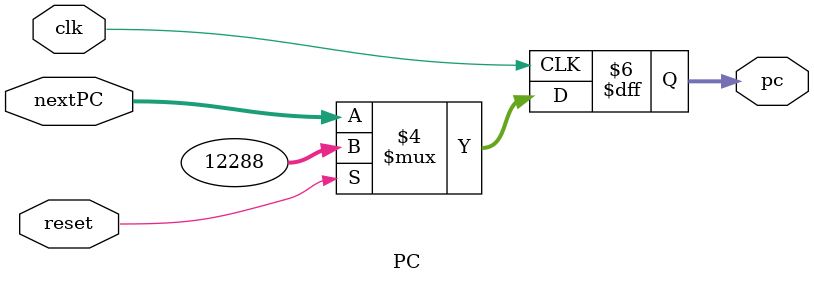
<source format=v>
`timescale 1ns / 1ps
module PC(
     input[31:0] nextPC,
	  input clk,
	  input reset,
	  output reg[31:0] pc
    );
	 initial begin
	    pc=32'h00003000;
	 end
	 
	 always@(posedge clk)begin
	    if(reset)begin//同步复位
		    pc <= 32'h00003000;
		 end
		 else begin
		    pc <= nextPC;
		 end
	 end


endmodule

</source>
